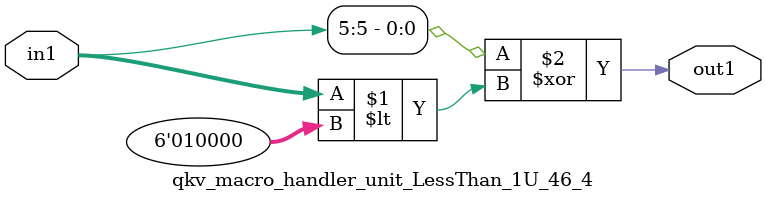
<source format=v>

`timescale 1ps / 1ps


module qkv_macro_handler_unit_LessThan_1U_46_4( in1, out1 );

    input [5:0] in1;
    output out1;

    
    // rtl_process:qkv_macro_handler_unit_LessThan_1U_46_4/qkv_macro_handler_unit_LessThan_1U_46_4_thread_1
    assign out1 = (in1[5] ^ in1 < 6'd16);

endmodule


</source>
